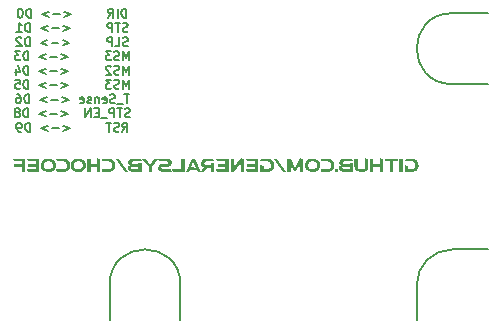
<source format=gbr>
%TF.GenerationSoftware,KiCad,Pcbnew,8.0.6*%
%TF.CreationDate,2024-11-06T21:14:03+01:00*%
%TF.ProjectId,ChocoEF,43686f63-6f45-4462-9e6b-696361645f70,rev?*%
%TF.SameCoordinates,Original*%
%TF.FileFunction,Legend,Bot*%
%TF.FilePolarity,Positive*%
%FSLAX46Y46*%
G04 Gerber Fmt 4.6, Leading zero omitted, Abs format (unit mm)*
G04 Created by KiCad (PCBNEW 8.0.6) date 2024-11-06 21:14:03*
%MOMM*%
%LPD*%
G01*
G04 APERTURE LIST*
%ADD10C,0.150000*%
G04 APERTURE END LIST*
D10*
X118000000Y-87000000D02*
X115000000Y-87000000D01*
X118000000Y-67000000D02*
X115000000Y-67000000D01*
X112000000Y-90000000D02*
G75*
G02*
X115000000Y-87000000I3000000J0D01*
G01*
X112000000Y-93000000D02*
X112000000Y-90000000D01*
X92000000Y-93000000D02*
X92000000Y-90000000D01*
X118000000Y-73000000D02*
X115000000Y-73000000D01*
X115000000Y-73000000D02*
G75*
G02*
X115000000Y-67000000I0J3000000D01*
G01*
X86000000Y-93000000D02*
X86000000Y-90000000D01*
X86000000Y-90000000D02*
G75*
G02*
X92000000Y-90000000I3000000J0D01*
G01*
X87418686Y-67365932D02*
X87418686Y-66615932D01*
X87418686Y-66615932D02*
X87240115Y-66615932D01*
X87240115Y-66615932D02*
X87132972Y-66651646D01*
X87132972Y-66651646D02*
X87061543Y-66723075D01*
X87061543Y-66723075D02*
X87025829Y-66794503D01*
X87025829Y-66794503D02*
X86990115Y-66937360D01*
X86990115Y-66937360D02*
X86990115Y-67044503D01*
X86990115Y-67044503D02*
X87025829Y-67187360D01*
X87025829Y-67187360D02*
X87061543Y-67258789D01*
X87061543Y-67258789D02*
X87132972Y-67330218D01*
X87132972Y-67330218D02*
X87240115Y-67365932D01*
X87240115Y-67365932D02*
X87418686Y-67365932D01*
X86668686Y-67365932D02*
X86668686Y-66615932D01*
X85882972Y-67365932D02*
X86132972Y-67008789D01*
X86311543Y-67365932D02*
X86311543Y-66615932D01*
X86311543Y-66615932D02*
X86025829Y-66615932D01*
X86025829Y-66615932D02*
X85954400Y-66651646D01*
X85954400Y-66651646D02*
X85918686Y-66687360D01*
X85918686Y-66687360D02*
X85882972Y-66758789D01*
X85882972Y-66758789D02*
X85882972Y-66865932D01*
X85882972Y-66865932D02*
X85918686Y-66937360D01*
X85918686Y-66937360D02*
X85954400Y-66973075D01*
X85954400Y-66973075D02*
X86025829Y-67008789D01*
X86025829Y-67008789D02*
X86311543Y-67008789D01*
X82132970Y-66865932D02*
X82704398Y-67080218D01*
X82704398Y-67080218D02*
X82132970Y-67294503D01*
X81775827Y-67080218D02*
X81204399Y-67080218D01*
X80847256Y-66865932D02*
X80275828Y-67080218D01*
X80275828Y-67080218D02*
X80847256Y-67294503D01*
X79347256Y-67365932D02*
X79347256Y-66615932D01*
X79347256Y-66615932D02*
X79168685Y-66615932D01*
X79168685Y-66615932D02*
X79061542Y-66651646D01*
X79061542Y-66651646D02*
X78990113Y-66723075D01*
X78990113Y-66723075D02*
X78954399Y-66794503D01*
X78954399Y-66794503D02*
X78918685Y-66937360D01*
X78918685Y-66937360D02*
X78918685Y-67044503D01*
X78918685Y-67044503D02*
X78954399Y-67187360D01*
X78954399Y-67187360D02*
X78990113Y-67258789D01*
X78990113Y-67258789D02*
X79061542Y-67330218D01*
X79061542Y-67330218D02*
X79168685Y-67365932D01*
X79168685Y-67365932D02*
X79347256Y-67365932D01*
X78454399Y-66615932D02*
X78382970Y-66615932D01*
X78382970Y-66615932D02*
X78311542Y-66651646D01*
X78311542Y-66651646D02*
X78275828Y-66687360D01*
X78275828Y-66687360D02*
X78240113Y-66758789D01*
X78240113Y-66758789D02*
X78204399Y-66901646D01*
X78204399Y-66901646D02*
X78204399Y-67080218D01*
X78204399Y-67080218D02*
X78240113Y-67223075D01*
X78240113Y-67223075D02*
X78275828Y-67294503D01*
X78275828Y-67294503D02*
X78311542Y-67330218D01*
X78311542Y-67330218D02*
X78382970Y-67365932D01*
X78382970Y-67365932D02*
X78454399Y-67365932D01*
X78454399Y-67365932D02*
X78525828Y-67330218D01*
X78525828Y-67330218D02*
X78561542Y-67294503D01*
X78561542Y-67294503D02*
X78597256Y-67223075D01*
X78597256Y-67223075D02*
X78632970Y-67080218D01*
X78632970Y-67080218D02*
X78632970Y-66901646D01*
X78632970Y-66901646D02*
X78597256Y-66758789D01*
X78597256Y-66758789D02*
X78561542Y-66687360D01*
X78561542Y-66687360D02*
X78525828Y-66651646D01*
X78525828Y-66651646D02*
X78454399Y-66615932D01*
X87543686Y-68537676D02*
X87436544Y-68573390D01*
X87436544Y-68573390D02*
X87257972Y-68573390D01*
X87257972Y-68573390D02*
X87186544Y-68537676D01*
X87186544Y-68537676D02*
X87150829Y-68501961D01*
X87150829Y-68501961D02*
X87115115Y-68430533D01*
X87115115Y-68430533D02*
X87115115Y-68359104D01*
X87115115Y-68359104D02*
X87150829Y-68287676D01*
X87150829Y-68287676D02*
X87186544Y-68251961D01*
X87186544Y-68251961D02*
X87257972Y-68216247D01*
X87257972Y-68216247D02*
X87400829Y-68180533D01*
X87400829Y-68180533D02*
X87472258Y-68144818D01*
X87472258Y-68144818D02*
X87507972Y-68109104D01*
X87507972Y-68109104D02*
X87543686Y-68037676D01*
X87543686Y-68037676D02*
X87543686Y-67966247D01*
X87543686Y-67966247D02*
X87507972Y-67894818D01*
X87507972Y-67894818D02*
X87472258Y-67859104D01*
X87472258Y-67859104D02*
X87400829Y-67823390D01*
X87400829Y-67823390D02*
X87222258Y-67823390D01*
X87222258Y-67823390D02*
X87115115Y-67859104D01*
X86900829Y-67823390D02*
X86472258Y-67823390D01*
X86686543Y-68573390D02*
X86686543Y-67823390D01*
X86222257Y-68573390D02*
X86222257Y-67823390D01*
X86222257Y-67823390D02*
X85936543Y-67823390D01*
X85936543Y-67823390D02*
X85865114Y-67859104D01*
X85865114Y-67859104D02*
X85829400Y-67894818D01*
X85829400Y-67894818D02*
X85793686Y-67966247D01*
X85793686Y-67966247D02*
X85793686Y-68073390D01*
X85793686Y-68073390D02*
X85829400Y-68144818D01*
X85829400Y-68144818D02*
X85865114Y-68180533D01*
X85865114Y-68180533D02*
X85936543Y-68216247D01*
X85936543Y-68216247D02*
X86222257Y-68216247D01*
X82043684Y-68073390D02*
X82615112Y-68287676D01*
X82615112Y-68287676D02*
X82043684Y-68501961D01*
X81686541Y-68287676D02*
X81115113Y-68287676D01*
X80757970Y-68073390D02*
X80186542Y-68287676D01*
X80186542Y-68287676D02*
X80757970Y-68501961D01*
X79257970Y-68573390D02*
X79257970Y-67823390D01*
X79257970Y-67823390D02*
X79079399Y-67823390D01*
X79079399Y-67823390D02*
X78972256Y-67859104D01*
X78972256Y-67859104D02*
X78900827Y-67930533D01*
X78900827Y-67930533D02*
X78865113Y-68001961D01*
X78865113Y-68001961D02*
X78829399Y-68144818D01*
X78829399Y-68144818D02*
X78829399Y-68251961D01*
X78829399Y-68251961D02*
X78865113Y-68394818D01*
X78865113Y-68394818D02*
X78900827Y-68466247D01*
X78900827Y-68466247D02*
X78972256Y-68537676D01*
X78972256Y-68537676D02*
X79079399Y-68573390D01*
X79079399Y-68573390D02*
X79257970Y-68573390D01*
X78115113Y-68573390D02*
X78543684Y-68573390D01*
X78329399Y-68573390D02*
X78329399Y-67823390D01*
X78329399Y-67823390D02*
X78400827Y-67930533D01*
X78400827Y-67930533D02*
X78472256Y-68001961D01*
X78472256Y-68001961D02*
X78543684Y-68037676D01*
X87561543Y-69745134D02*
X87454401Y-69780848D01*
X87454401Y-69780848D02*
X87275829Y-69780848D01*
X87275829Y-69780848D02*
X87204401Y-69745134D01*
X87204401Y-69745134D02*
X87168686Y-69709419D01*
X87168686Y-69709419D02*
X87132972Y-69637991D01*
X87132972Y-69637991D02*
X87132972Y-69566562D01*
X87132972Y-69566562D02*
X87168686Y-69495134D01*
X87168686Y-69495134D02*
X87204401Y-69459419D01*
X87204401Y-69459419D02*
X87275829Y-69423705D01*
X87275829Y-69423705D02*
X87418686Y-69387991D01*
X87418686Y-69387991D02*
X87490115Y-69352276D01*
X87490115Y-69352276D02*
X87525829Y-69316562D01*
X87525829Y-69316562D02*
X87561543Y-69245134D01*
X87561543Y-69245134D02*
X87561543Y-69173705D01*
X87561543Y-69173705D02*
X87525829Y-69102276D01*
X87525829Y-69102276D02*
X87490115Y-69066562D01*
X87490115Y-69066562D02*
X87418686Y-69030848D01*
X87418686Y-69030848D02*
X87240115Y-69030848D01*
X87240115Y-69030848D02*
X87132972Y-69066562D01*
X86454400Y-69780848D02*
X86811543Y-69780848D01*
X86811543Y-69780848D02*
X86811543Y-69030848D01*
X86204400Y-69780848D02*
X86204400Y-69030848D01*
X86204400Y-69030848D02*
X85918686Y-69030848D01*
X85918686Y-69030848D02*
X85847257Y-69066562D01*
X85847257Y-69066562D02*
X85811543Y-69102276D01*
X85811543Y-69102276D02*
X85775829Y-69173705D01*
X85775829Y-69173705D02*
X85775829Y-69280848D01*
X85775829Y-69280848D02*
X85811543Y-69352276D01*
X85811543Y-69352276D02*
X85847257Y-69387991D01*
X85847257Y-69387991D02*
X85918686Y-69423705D01*
X85918686Y-69423705D02*
X86204400Y-69423705D01*
X82025827Y-69280848D02*
X82597255Y-69495134D01*
X82597255Y-69495134D02*
X82025827Y-69709419D01*
X81668684Y-69495134D02*
X81097256Y-69495134D01*
X80740113Y-69280848D02*
X80168685Y-69495134D01*
X80168685Y-69495134D02*
X80740113Y-69709419D01*
X79240113Y-69780848D02*
X79240113Y-69030848D01*
X79240113Y-69030848D02*
X79061542Y-69030848D01*
X79061542Y-69030848D02*
X78954399Y-69066562D01*
X78954399Y-69066562D02*
X78882970Y-69137991D01*
X78882970Y-69137991D02*
X78847256Y-69209419D01*
X78847256Y-69209419D02*
X78811542Y-69352276D01*
X78811542Y-69352276D02*
X78811542Y-69459419D01*
X78811542Y-69459419D02*
X78847256Y-69602276D01*
X78847256Y-69602276D02*
X78882970Y-69673705D01*
X78882970Y-69673705D02*
X78954399Y-69745134D01*
X78954399Y-69745134D02*
X79061542Y-69780848D01*
X79061542Y-69780848D02*
X79240113Y-69780848D01*
X78525827Y-69102276D02*
X78490113Y-69066562D01*
X78490113Y-69066562D02*
X78418685Y-69030848D01*
X78418685Y-69030848D02*
X78240113Y-69030848D01*
X78240113Y-69030848D02*
X78168685Y-69066562D01*
X78168685Y-69066562D02*
X78132970Y-69102276D01*
X78132970Y-69102276D02*
X78097256Y-69173705D01*
X78097256Y-69173705D02*
X78097256Y-69245134D01*
X78097256Y-69245134D02*
X78132970Y-69352276D01*
X78132970Y-69352276D02*
X78561542Y-69780848D01*
X78561542Y-69780848D02*
X78097256Y-69780848D01*
X87632972Y-70988306D02*
X87632972Y-70238306D01*
X87632972Y-70238306D02*
X87382972Y-70774020D01*
X87382972Y-70774020D02*
X87132972Y-70238306D01*
X87132972Y-70238306D02*
X87132972Y-70988306D01*
X86811543Y-70952592D02*
X86704401Y-70988306D01*
X86704401Y-70988306D02*
X86525829Y-70988306D01*
X86525829Y-70988306D02*
X86454401Y-70952592D01*
X86454401Y-70952592D02*
X86418686Y-70916877D01*
X86418686Y-70916877D02*
X86382972Y-70845449D01*
X86382972Y-70845449D02*
X86382972Y-70774020D01*
X86382972Y-70774020D02*
X86418686Y-70702592D01*
X86418686Y-70702592D02*
X86454401Y-70666877D01*
X86454401Y-70666877D02*
X86525829Y-70631163D01*
X86525829Y-70631163D02*
X86668686Y-70595449D01*
X86668686Y-70595449D02*
X86740115Y-70559734D01*
X86740115Y-70559734D02*
X86775829Y-70524020D01*
X86775829Y-70524020D02*
X86811543Y-70452592D01*
X86811543Y-70452592D02*
X86811543Y-70381163D01*
X86811543Y-70381163D02*
X86775829Y-70309734D01*
X86775829Y-70309734D02*
X86740115Y-70274020D01*
X86740115Y-70274020D02*
X86668686Y-70238306D01*
X86668686Y-70238306D02*
X86490115Y-70238306D01*
X86490115Y-70238306D02*
X86382972Y-70274020D01*
X86132972Y-70238306D02*
X85668686Y-70238306D01*
X85668686Y-70238306D02*
X85918686Y-70524020D01*
X85918686Y-70524020D02*
X85811543Y-70524020D01*
X85811543Y-70524020D02*
X85740115Y-70559734D01*
X85740115Y-70559734D02*
X85704400Y-70595449D01*
X85704400Y-70595449D02*
X85668686Y-70666877D01*
X85668686Y-70666877D02*
X85668686Y-70845449D01*
X85668686Y-70845449D02*
X85704400Y-70916877D01*
X85704400Y-70916877D02*
X85740115Y-70952592D01*
X85740115Y-70952592D02*
X85811543Y-70988306D01*
X85811543Y-70988306D02*
X86025829Y-70988306D01*
X86025829Y-70988306D02*
X86097257Y-70952592D01*
X86097257Y-70952592D02*
X86132972Y-70916877D01*
X81918684Y-70488306D02*
X82490112Y-70702592D01*
X82490112Y-70702592D02*
X81918684Y-70916877D01*
X81561541Y-70702592D02*
X80990113Y-70702592D01*
X80632970Y-70488306D02*
X80061542Y-70702592D01*
X80061542Y-70702592D02*
X80632970Y-70916877D01*
X79132970Y-70988306D02*
X79132970Y-70238306D01*
X79132970Y-70238306D02*
X78954399Y-70238306D01*
X78954399Y-70238306D02*
X78847256Y-70274020D01*
X78847256Y-70274020D02*
X78775827Y-70345449D01*
X78775827Y-70345449D02*
X78740113Y-70416877D01*
X78740113Y-70416877D02*
X78704399Y-70559734D01*
X78704399Y-70559734D02*
X78704399Y-70666877D01*
X78704399Y-70666877D02*
X78740113Y-70809734D01*
X78740113Y-70809734D02*
X78775827Y-70881163D01*
X78775827Y-70881163D02*
X78847256Y-70952592D01*
X78847256Y-70952592D02*
X78954399Y-70988306D01*
X78954399Y-70988306D02*
X79132970Y-70988306D01*
X78454399Y-70238306D02*
X77990113Y-70238306D01*
X77990113Y-70238306D02*
X78240113Y-70524020D01*
X78240113Y-70524020D02*
X78132970Y-70524020D01*
X78132970Y-70524020D02*
X78061542Y-70559734D01*
X78061542Y-70559734D02*
X78025827Y-70595449D01*
X78025827Y-70595449D02*
X77990113Y-70666877D01*
X77990113Y-70666877D02*
X77990113Y-70845449D01*
X77990113Y-70845449D02*
X78025827Y-70916877D01*
X78025827Y-70916877D02*
X78061542Y-70952592D01*
X78061542Y-70952592D02*
X78132970Y-70988306D01*
X78132970Y-70988306D02*
X78347256Y-70988306D01*
X78347256Y-70988306D02*
X78418684Y-70952592D01*
X78418684Y-70952592D02*
X78454399Y-70916877D01*
X87632972Y-72195764D02*
X87632972Y-71445764D01*
X87632972Y-71445764D02*
X87382972Y-71981478D01*
X87382972Y-71981478D02*
X87132972Y-71445764D01*
X87132972Y-71445764D02*
X87132972Y-72195764D01*
X86811543Y-72160050D02*
X86704401Y-72195764D01*
X86704401Y-72195764D02*
X86525829Y-72195764D01*
X86525829Y-72195764D02*
X86454401Y-72160050D01*
X86454401Y-72160050D02*
X86418686Y-72124335D01*
X86418686Y-72124335D02*
X86382972Y-72052907D01*
X86382972Y-72052907D02*
X86382972Y-71981478D01*
X86382972Y-71981478D02*
X86418686Y-71910050D01*
X86418686Y-71910050D02*
X86454401Y-71874335D01*
X86454401Y-71874335D02*
X86525829Y-71838621D01*
X86525829Y-71838621D02*
X86668686Y-71802907D01*
X86668686Y-71802907D02*
X86740115Y-71767192D01*
X86740115Y-71767192D02*
X86775829Y-71731478D01*
X86775829Y-71731478D02*
X86811543Y-71660050D01*
X86811543Y-71660050D02*
X86811543Y-71588621D01*
X86811543Y-71588621D02*
X86775829Y-71517192D01*
X86775829Y-71517192D02*
X86740115Y-71481478D01*
X86740115Y-71481478D02*
X86668686Y-71445764D01*
X86668686Y-71445764D02*
X86490115Y-71445764D01*
X86490115Y-71445764D02*
X86382972Y-71481478D01*
X86097257Y-71517192D02*
X86061543Y-71481478D01*
X86061543Y-71481478D02*
X85990115Y-71445764D01*
X85990115Y-71445764D02*
X85811543Y-71445764D01*
X85811543Y-71445764D02*
X85740115Y-71481478D01*
X85740115Y-71481478D02*
X85704400Y-71517192D01*
X85704400Y-71517192D02*
X85668686Y-71588621D01*
X85668686Y-71588621D02*
X85668686Y-71660050D01*
X85668686Y-71660050D02*
X85704400Y-71767192D01*
X85704400Y-71767192D02*
X86132972Y-72195764D01*
X86132972Y-72195764D02*
X85668686Y-72195764D01*
X81918684Y-71695764D02*
X82490112Y-71910050D01*
X82490112Y-71910050D02*
X81918684Y-72124335D01*
X81561541Y-71910050D02*
X80990113Y-71910050D01*
X80632970Y-71695764D02*
X80061542Y-71910050D01*
X80061542Y-71910050D02*
X80632970Y-72124335D01*
X79132970Y-72195764D02*
X79132970Y-71445764D01*
X79132970Y-71445764D02*
X78954399Y-71445764D01*
X78954399Y-71445764D02*
X78847256Y-71481478D01*
X78847256Y-71481478D02*
X78775827Y-71552907D01*
X78775827Y-71552907D02*
X78740113Y-71624335D01*
X78740113Y-71624335D02*
X78704399Y-71767192D01*
X78704399Y-71767192D02*
X78704399Y-71874335D01*
X78704399Y-71874335D02*
X78740113Y-72017192D01*
X78740113Y-72017192D02*
X78775827Y-72088621D01*
X78775827Y-72088621D02*
X78847256Y-72160050D01*
X78847256Y-72160050D02*
X78954399Y-72195764D01*
X78954399Y-72195764D02*
X79132970Y-72195764D01*
X78061542Y-71695764D02*
X78061542Y-72195764D01*
X78240113Y-71410050D02*
X78418684Y-71945764D01*
X78418684Y-71945764D02*
X77954399Y-71945764D01*
X87632972Y-73403222D02*
X87632972Y-72653222D01*
X87632972Y-72653222D02*
X87382972Y-73188936D01*
X87382972Y-73188936D02*
X87132972Y-72653222D01*
X87132972Y-72653222D02*
X87132972Y-73403222D01*
X86811543Y-73367508D02*
X86704401Y-73403222D01*
X86704401Y-73403222D02*
X86525829Y-73403222D01*
X86525829Y-73403222D02*
X86454401Y-73367508D01*
X86454401Y-73367508D02*
X86418686Y-73331793D01*
X86418686Y-73331793D02*
X86382972Y-73260365D01*
X86382972Y-73260365D02*
X86382972Y-73188936D01*
X86382972Y-73188936D02*
X86418686Y-73117508D01*
X86418686Y-73117508D02*
X86454401Y-73081793D01*
X86454401Y-73081793D02*
X86525829Y-73046079D01*
X86525829Y-73046079D02*
X86668686Y-73010365D01*
X86668686Y-73010365D02*
X86740115Y-72974650D01*
X86740115Y-72974650D02*
X86775829Y-72938936D01*
X86775829Y-72938936D02*
X86811543Y-72867508D01*
X86811543Y-72867508D02*
X86811543Y-72796079D01*
X86811543Y-72796079D02*
X86775829Y-72724650D01*
X86775829Y-72724650D02*
X86740115Y-72688936D01*
X86740115Y-72688936D02*
X86668686Y-72653222D01*
X86668686Y-72653222D02*
X86490115Y-72653222D01*
X86490115Y-72653222D02*
X86382972Y-72688936D01*
X86132972Y-72653222D02*
X85668686Y-72653222D01*
X85668686Y-72653222D02*
X85918686Y-72938936D01*
X85918686Y-72938936D02*
X85811543Y-72938936D01*
X85811543Y-72938936D02*
X85740115Y-72974650D01*
X85740115Y-72974650D02*
X85704400Y-73010365D01*
X85704400Y-73010365D02*
X85668686Y-73081793D01*
X85668686Y-73081793D02*
X85668686Y-73260365D01*
X85668686Y-73260365D02*
X85704400Y-73331793D01*
X85704400Y-73331793D02*
X85740115Y-73367508D01*
X85740115Y-73367508D02*
X85811543Y-73403222D01*
X85811543Y-73403222D02*
X86025829Y-73403222D01*
X86025829Y-73403222D02*
X86097257Y-73367508D01*
X86097257Y-73367508D02*
X86132972Y-73331793D01*
X81918684Y-72903222D02*
X82490112Y-73117508D01*
X82490112Y-73117508D02*
X81918684Y-73331793D01*
X81561541Y-73117508D02*
X80990113Y-73117508D01*
X80632970Y-72903222D02*
X80061542Y-73117508D01*
X80061542Y-73117508D02*
X80632970Y-73331793D01*
X79132970Y-73403222D02*
X79132970Y-72653222D01*
X79132970Y-72653222D02*
X78954399Y-72653222D01*
X78954399Y-72653222D02*
X78847256Y-72688936D01*
X78847256Y-72688936D02*
X78775827Y-72760365D01*
X78775827Y-72760365D02*
X78740113Y-72831793D01*
X78740113Y-72831793D02*
X78704399Y-72974650D01*
X78704399Y-72974650D02*
X78704399Y-73081793D01*
X78704399Y-73081793D02*
X78740113Y-73224650D01*
X78740113Y-73224650D02*
X78775827Y-73296079D01*
X78775827Y-73296079D02*
X78847256Y-73367508D01*
X78847256Y-73367508D02*
X78954399Y-73403222D01*
X78954399Y-73403222D02*
X79132970Y-73403222D01*
X78025827Y-72653222D02*
X78382970Y-72653222D01*
X78382970Y-72653222D02*
X78418684Y-73010365D01*
X78418684Y-73010365D02*
X78382970Y-72974650D01*
X78382970Y-72974650D02*
X78311542Y-72938936D01*
X78311542Y-72938936D02*
X78132970Y-72938936D01*
X78132970Y-72938936D02*
X78061542Y-72974650D01*
X78061542Y-72974650D02*
X78025827Y-73010365D01*
X78025827Y-73010365D02*
X77990113Y-73081793D01*
X77990113Y-73081793D02*
X77990113Y-73260365D01*
X77990113Y-73260365D02*
X78025827Y-73331793D01*
X78025827Y-73331793D02*
X78061542Y-73367508D01*
X78061542Y-73367508D02*
X78132970Y-73403222D01*
X78132970Y-73403222D02*
X78311542Y-73403222D01*
X78311542Y-73403222D02*
X78382970Y-73367508D01*
X78382970Y-73367508D02*
X78418684Y-73331793D01*
X87668685Y-73860680D02*
X87240114Y-73860680D01*
X87454399Y-74610680D02*
X87454399Y-73860680D01*
X87168685Y-74682108D02*
X86597256Y-74682108D01*
X86454398Y-74574966D02*
X86347256Y-74610680D01*
X86347256Y-74610680D02*
X86168684Y-74610680D01*
X86168684Y-74610680D02*
X86097256Y-74574966D01*
X86097256Y-74574966D02*
X86061541Y-74539251D01*
X86061541Y-74539251D02*
X86025827Y-74467823D01*
X86025827Y-74467823D02*
X86025827Y-74396394D01*
X86025827Y-74396394D02*
X86061541Y-74324966D01*
X86061541Y-74324966D02*
X86097256Y-74289251D01*
X86097256Y-74289251D02*
X86168684Y-74253537D01*
X86168684Y-74253537D02*
X86311541Y-74217823D01*
X86311541Y-74217823D02*
X86382970Y-74182108D01*
X86382970Y-74182108D02*
X86418684Y-74146394D01*
X86418684Y-74146394D02*
X86454398Y-74074966D01*
X86454398Y-74074966D02*
X86454398Y-74003537D01*
X86454398Y-74003537D02*
X86418684Y-73932108D01*
X86418684Y-73932108D02*
X86382970Y-73896394D01*
X86382970Y-73896394D02*
X86311541Y-73860680D01*
X86311541Y-73860680D02*
X86132970Y-73860680D01*
X86132970Y-73860680D02*
X86025827Y-73896394D01*
X85418684Y-74574966D02*
X85490112Y-74610680D01*
X85490112Y-74610680D02*
X85632970Y-74610680D01*
X85632970Y-74610680D02*
X85704398Y-74574966D01*
X85704398Y-74574966D02*
X85740112Y-74503537D01*
X85740112Y-74503537D02*
X85740112Y-74217823D01*
X85740112Y-74217823D02*
X85704398Y-74146394D01*
X85704398Y-74146394D02*
X85632970Y-74110680D01*
X85632970Y-74110680D02*
X85490112Y-74110680D01*
X85490112Y-74110680D02*
X85418684Y-74146394D01*
X85418684Y-74146394D02*
X85382970Y-74217823D01*
X85382970Y-74217823D02*
X85382970Y-74289251D01*
X85382970Y-74289251D02*
X85740112Y-74360680D01*
X85061541Y-74110680D02*
X85061541Y-74610680D01*
X85061541Y-74182108D02*
X85025827Y-74146394D01*
X85025827Y-74146394D02*
X84954398Y-74110680D01*
X84954398Y-74110680D02*
X84847255Y-74110680D01*
X84847255Y-74110680D02*
X84775827Y-74146394D01*
X84775827Y-74146394D02*
X84740113Y-74217823D01*
X84740113Y-74217823D02*
X84740113Y-74610680D01*
X84418684Y-74574966D02*
X84347256Y-74610680D01*
X84347256Y-74610680D02*
X84204399Y-74610680D01*
X84204399Y-74610680D02*
X84132970Y-74574966D01*
X84132970Y-74574966D02*
X84097256Y-74503537D01*
X84097256Y-74503537D02*
X84097256Y-74467823D01*
X84097256Y-74467823D02*
X84132970Y-74396394D01*
X84132970Y-74396394D02*
X84204399Y-74360680D01*
X84204399Y-74360680D02*
X84311542Y-74360680D01*
X84311542Y-74360680D02*
X84382970Y-74324966D01*
X84382970Y-74324966D02*
X84418684Y-74253537D01*
X84418684Y-74253537D02*
X84418684Y-74217823D01*
X84418684Y-74217823D02*
X84382970Y-74146394D01*
X84382970Y-74146394D02*
X84311542Y-74110680D01*
X84311542Y-74110680D02*
X84204399Y-74110680D01*
X84204399Y-74110680D02*
X84132970Y-74146394D01*
X83490113Y-74574966D02*
X83561541Y-74610680D01*
X83561541Y-74610680D02*
X83704399Y-74610680D01*
X83704399Y-74610680D02*
X83775827Y-74574966D01*
X83775827Y-74574966D02*
X83811541Y-74503537D01*
X83811541Y-74503537D02*
X83811541Y-74217823D01*
X83811541Y-74217823D02*
X83775827Y-74146394D01*
X83775827Y-74146394D02*
X83704399Y-74110680D01*
X83704399Y-74110680D02*
X83561541Y-74110680D01*
X83561541Y-74110680D02*
X83490113Y-74146394D01*
X83490113Y-74146394D02*
X83454399Y-74217823D01*
X83454399Y-74217823D02*
X83454399Y-74289251D01*
X83454399Y-74289251D02*
X83811541Y-74360680D01*
X81990113Y-74110680D02*
X82561541Y-74324966D01*
X82561541Y-74324966D02*
X81990113Y-74539251D01*
X81632970Y-74324966D02*
X81061542Y-74324966D01*
X80704399Y-74110680D02*
X80132971Y-74324966D01*
X80132971Y-74324966D02*
X80704399Y-74539251D01*
X79204399Y-74610680D02*
X79204399Y-73860680D01*
X79204399Y-73860680D02*
X79025828Y-73860680D01*
X79025828Y-73860680D02*
X78918685Y-73896394D01*
X78918685Y-73896394D02*
X78847256Y-73967823D01*
X78847256Y-73967823D02*
X78811542Y-74039251D01*
X78811542Y-74039251D02*
X78775828Y-74182108D01*
X78775828Y-74182108D02*
X78775828Y-74289251D01*
X78775828Y-74289251D02*
X78811542Y-74432108D01*
X78811542Y-74432108D02*
X78847256Y-74503537D01*
X78847256Y-74503537D02*
X78918685Y-74574966D01*
X78918685Y-74574966D02*
X79025828Y-74610680D01*
X79025828Y-74610680D02*
X79204399Y-74610680D01*
X78132971Y-73860680D02*
X78275828Y-73860680D01*
X78275828Y-73860680D02*
X78347256Y-73896394D01*
X78347256Y-73896394D02*
X78382971Y-73932108D01*
X78382971Y-73932108D02*
X78454399Y-74039251D01*
X78454399Y-74039251D02*
X78490113Y-74182108D01*
X78490113Y-74182108D02*
X78490113Y-74467823D01*
X78490113Y-74467823D02*
X78454399Y-74539251D01*
X78454399Y-74539251D02*
X78418685Y-74574966D01*
X78418685Y-74574966D02*
X78347256Y-74610680D01*
X78347256Y-74610680D02*
X78204399Y-74610680D01*
X78204399Y-74610680D02*
X78132971Y-74574966D01*
X78132971Y-74574966D02*
X78097256Y-74539251D01*
X78097256Y-74539251D02*
X78061542Y-74467823D01*
X78061542Y-74467823D02*
X78061542Y-74289251D01*
X78061542Y-74289251D02*
X78097256Y-74217823D01*
X78097256Y-74217823D02*
X78132971Y-74182108D01*
X78132971Y-74182108D02*
X78204399Y-74146394D01*
X78204399Y-74146394D02*
X78347256Y-74146394D01*
X78347256Y-74146394D02*
X78418685Y-74182108D01*
X78418685Y-74182108D02*
X78454399Y-74217823D01*
X78454399Y-74217823D02*
X78490113Y-74289251D01*
X87704399Y-75782424D02*
X87597257Y-75818138D01*
X87597257Y-75818138D02*
X87418685Y-75818138D01*
X87418685Y-75818138D02*
X87347257Y-75782424D01*
X87347257Y-75782424D02*
X87311542Y-75746709D01*
X87311542Y-75746709D02*
X87275828Y-75675281D01*
X87275828Y-75675281D02*
X87275828Y-75603852D01*
X87275828Y-75603852D02*
X87311542Y-75532424D01*
X87311542Y-75532424D02*
X87347257Y-75496709D01*
X87347257Y-75496709D02*
X87418685Y-75460995D01*
X87418685Y-75460995D02*
X87561542Y-75425281D01*
X87561542Y-75425281D02*
X87632971Y-75389566D01*
X87632971Y-75389566D02*
X87668685Y-75353852D01*
X87668685Y-75353852D02*
X87704399Y-75282424D01*
X87704399Y-75282424D02*
X87704399Y-75210995D01*
X87704399Y-75210995D02*
X87668685Y-75139566D01*
X87668685Y-75139566D02*
X87632971Y-75103852D01*
X87632971Y-75103852D02*
X87561542Y-75068138D01*
X87561542Y-75068138D02*
X87382971Y-75068138D01*
X87382971Y-75068138D02*
X87275828Y-75103852D01*
X87061542Y-75068138D02*
X86632971Y-75068138D01*
X86847256Y-75818138D02*
X86847256Y-75068138D01*
X86382970Y-75818138D02*
X86382970Y-75068138D01*
X86382970Y-75068138D02*
X86097256Y-75068138D01*
X86097256Y-75068138D02*
X86025827Y-75103852D01*
X86025827Y-75103852D02*
X85990113Y-75139566D01*
X85990113Y-75139566D02*
X85954399Y-75210995D01*
X85954399Y-75210995D02*
X85954399Y-75318138D01*
X85954399Y-75318138D02*
X85990113Y-75389566D01*
X85990113Y-75389566D02*
X86025827Y-75425281D01*
X86025827Y-75425281D02*
X86097256Y-75460995D01*
X86097256Y-75460995D02*
X86382970Y-75460995D01*
X85811542Y-75889566D02*
X85240113Y-75889566D01*
X85061541Y-75425281D02*
X84811541Y-75425281D01*
X84704398Y-75818138D02*
X85061541Y-75818138D01*
X85061541Y-75818138D02*
X85061541Y-75068138D01*
X85061541Y-75068138D02*
X84704398Y-75068138D01*
X84382970Y-75818138D02*
X84382970Y-75068138D01*
X84382970Y-75068138D02*
X83954399Y-75818138D01*
X83954399Y-75818138D02*
X83954399Y-75068138D01*
X81882970Y-75318138D02*
X82454398Y-75532424D01*
X82454398Y-75532424D02*
X81882970Y-75746709D01*
X81525827Y-75532424D02*
X80954399Y-75532424D01*
X80597256Y-75318138D02*
X80025828Y-75532424D01*
X80025828Y-75532424D02*
X80597256Y-75746709D01*
X79097256Y-75818138D02*
X79097256Y-75068138D01*
X79097256Y-75068138D02*
X78918685Y-75068138D01*
X78918685Y-75068138D02*
X78811542Y-75103852D01*
X78811542Y-75103852D02*
X78740113Y-75175281D01*
X78740113Y-75175281D02*
X78704399Y-75246709D01*
X78704399Y-75246709D02*
X78668685Y-75389566D01*
X78668685Y-75389566D02*
X78668685Y-75496709D01*
X78668685Y-75496709D02*
X78704399Y-75639566D01*
X78704399Y-75639566D02*
X78740113Y-75710995D01*
X78740113Y-75710995D02*
X78811542Y-75782424D01*
X78811542Y-75782424D02*
X78918685Y-75818138D01*
X78918685Y-75818138D02*
X79097256Y-75818138D01*
X78240113Y-75389566D02*
X78311542Y-75353852D01*
X78311542Y-75353852D02*
X78347256Y-75318138D01*
X78347256Y-75318138D02*
X78382970Y-75246709D01*
X78382970Y-75246709D02*
X78382970Y-75210995D01*
X78382970Y-75210995D02*
X78347256Y-75139566D01*
X78347256Y-75139566D02*
X78311542Y-75103852D01*
X78311542Y-75103852D02*
X78240113Y-75068138D01*
X78240113Y-75068138D02*
X78097256Y-75068138D01*
X78097256Y-75068138D02*
X78025828Y-75103852D01*
X78025828Y-75103852D02*
X77990113Y-75139566D01*
X77990113Y-75139566D02*
X77954399Y-75210995D01*
X77954399Y-75210995D02*
X77954399Y-75246709D01*
X77954399Y-75246709D02*
X77990113Y-75318138D01*
X77990113Y-75318138D02*
X78025828Y-75353852D01*
X78025828Y-75353852D02*
X78097256Y-75389566D01*
X78097256Y-75389566D02*
X78240113Y-75389566D01*
X78240113Y-75389566D02*
X78311542Y-75425281D01*
X78311542Y-75425281D02*
X78347256Y-75460995D01*
X78347256Y-75460995D02*
X78382970Y-75532424D01*
X78382970Y-75532424D02*
X78382970Y-75675281D01*
X78382970Y-75675281D02*
X78347256Y-75746709D01*
X78347256Y-75746709D02*
X78311542Y-75782424D01*
X78311542Y-75782424D02*
X78240113Y-75818138D01*
X78240113Y-75818138D02*
X78097256Y-75818138D01*
X78097256Y-75818138D02*
X78025828Y-75782424D01*
X78025828Y-75782424D02*
X77990113Y-75746709D01*
X77990113Y-75746709D02*
X77954399Y-75675281D01*
X77954399Y-75675281D02*
X77954399Y-75532424D01*
X77954399Y-75532424D02*
X77990113Y-75460995D01*
X77990113Y-75460995D02*
X78025828Y-75425281D01*
X78025828Y-75425281D02*
X78097256Y-75389566D01*
X87079401Y-77025596D02*
X87329401Y-76668453D01*
X87507972Y-77025596D02*
X87507972Y-76275596D01*
X87507972Y-76275596D02*
X87222258Y-76275596D01*
X87222258Y-76275596D02*
X87150829Y-76311310D01*
X87150829Y-76311310D02*
X87115115Y-76347024D01*
X87115115Y-76347024D02*
X87079401Y-76418453D01*
X87079401Y-76418453D02*
X87079401Y-76525596D01*
X87079401Y-76525596D02*
X87115115Y-76597024D01*
X87115115Y-76597024D02*
X87150829Y-76632739D01*
X87150829Y-76632739D02*
X87222258Y-76668453D01*
X87222258Y-76668453D02*
X87507972Y-76668453D01*
X86793686Y-76989882D02*
X86686544Y-77025596D01*
X86686544Y-77025596D02*
X86507972Y-77025596D01*
X86507972Y-77025596D02*
X86436544Y-76989882D01*
X86436544Y-76989882D02*
X86400829Y-76954167D01*
X86400829Y-76954167D02*
X86365115Y-76882739D01*
X86365115Y-76882739D02*
X86365115Y-76811310D01*
X86365115Y-76811310D02*
X86400829Y-76739882D01*
X86400829Y-76739882D02*
X86436544Y-76704167D01*
X86436544Y-76704167D02*
X86507972Y-76668453D01*
X86507972Y-76668453D02*
X86650829Y-76632739D01*
X86650829Y-76632739D02*
X86722258Y-76597024D01*
X86722258Y-76597024D02*
X86757972Y-76561310D01*
X86757972Y-76561310D02*
X86793686Y-76489882D01*
X86793686Y-76489882D02*
X86793686Y-76418453D01*
X86793686Y-76418453D02*
X86757972Y-76347024D01*
X86757972Y-76347024D02*
X86722258Y-76311310D01*
X86722258Y-76311310D02*
X86650829Y-76275596D01*
X86650829Y-76275596D02*
X86472258Y-76275596D01*
X86472258Y-76275596D02*
X86365115Y-76311310D01*
X86150829Y-76275596D02*
X85722258Y-76275596D01*
X85936543Y-77025596D02*
X85936543Y-76275596D01*
X82043684Y-76525596D02*
X82615112Y-76739882D01*
X82615112Y-76739882D02*
X82043684Y-76954167D01*
X81686541Y-76739882D02*
X81115113Y-76739882D01*
X80757970Y-76525596D02*
X80186542Y-76739882D01*
X80186542Y-76739882D02*
X80757970Y-76954167D01*
X79257970Y-77025596D02*
X79257970Y-76275596D01*
X79257970Y-76275596D02*
X79079399Y-76275596D01*
X79079399Y-76275596D02*
X78972256Y-76311310D01*
X78972256Y-76311310D02*
X78900827Y-76382739D01*
X78900827Y-76382739D02*
X78865113Y-76454167D01*
X78865113Y-76454167D02*
X78829399Y-76597024D01*
X78829399Y-76597024D02*
X78829399Y-76704167D01*
X78829399Y-76704167D02*
X78865113Y-76847024D01*
X78865113Y-76847024D02*
X78900827Y-76918453D01*
X78900827Y-76918453D02*
X78972256Y-76989882D01*
X78972256Y-76989882D02*
X79079399Y-77025596D01*
X79079399Y-77025596D02*
X79257970Y-77025596D01*
X78472256Y-77025596D02*
X78329399Y-77025596D01*
X78329399Y-77025596D02*
X78257970Y-76989882D01*
X78257970Y-76989882D02*
X78222256Y-76954167D01*
X78222256Y-76954167D02*
X78150827Y-76847024D01*
X78150827Y-76847024D02*
X78115113Y-76704167D01*
X78115113Y-76704167D02*
X78115113Y-76418453D01*
X78115113Y-76418453D02*
X78150827Y-76347024D01*
X78150827Y-76347024D02*
X78186542Y-76311310D01*
X78186542Y-76311310D02*
X78257970Y-76275596D01*
X78257970Y-76275596D02*
X78400827Y-76275596D01*
X78400827Y-76275596D02*
X78472256Y-76311310D01*
X78472256Y-76311310D02*
X78507970Y-76347024D01*
X78507970Y-76347024D02*
X78543684Y-76418453D01*
X78543684Y-76418453D02*
X78543684Y-76597024D01*
X78543684Y-76597024D02*
X78507970Y-76668453D01*
X78507970Y-76668453D02*
X78472256Y-76704167D01*
X78472256Y-76704167D02*
X78400827Y-76739882D01*
X78400827Y-76739882D02*
X78257970Y-76739882D01*
X78257970Y-76739882D02*
X78186542Y-76704167D01*
X78186542Y-76704167D02*
X78150827Y-76668453D01*
X78150827Y-76668453D02*
X78115113Y-76597024D01*
G36*
X111003767Y-79856172D02*
G01*
X111003767Y-80415000D01*
X111058926Y-80415000D01*
X111118851Y-80415000D01*
X111178096Y-80415000D01*
X111249597Y-80415000D01*
X111304075Y-80415000D01*
X111364000Y-80415000D01*
X111429374Y-80415000D01*
X111500194Y-80415000D01*
X111576463Y-80415000D01*
X111658180Y-80415000D01*
X111701081Y-80415000D01*
X111758195Y-80412030D01*
X111811936Y-80403123D01*
X111862304Y-80388278D01*
X111909298Y-80367494D01*
X111952918Y-80340773D01*
X111993165Y-80308113D01*
X112030038Y-80269515D01*
X112063537Y-80224979D01*
X112091471Y-80177596D01*
X112114671Y-80127649D01*
X112133135Y-80075138D01*
X112146866Y-80020063D01*
X112155862Y-79962423D01*
X112160123Y-79902220D01*
X112160501Y-79877421D01*
X112158689Y-79822680D01*
X112153250Y-79769954D01*
X112144187Y-79719243D01*
X112131498Y-79670547D01*
X112115183Y-79623866D01*
X112095243Y-79579200D01*
X112065219Y-79526202D01*
X112044486Y-79495914D01*
X112010815Y-79454869D01*
X111974526Y-79419298D01*
X111935619Y-79389199D01*
X111883303Y-79359271D01*
X111826897Y-79337893D01*
X111778827Y-79326948D01*
X111728139Y-79321476D01*
X111701813Y-79320792D01*
X111075575Y-79320792D01*
X111003767Y-79555997D01*
X111669573Y-79555997D01*
X111721878Y-79562531D01*
X111767661Y-79582130D01*
X111806922Y-79614797D01*
X111839662Y-79660530D01*
X111855442Y-79692529D01*
X111872057Y-79741535D01*
X111882519Y-79794214D01*
X111886673Y-79844766D01*
X111886949Y-79862278D01*
X111884245Y-79919004D01*
X111876130Y-79971214D01*
X111862606Y-80018907D01*
X111839991Y-80068841D01*
X111810013Y-80112627D01*
X111772189Y-80148047D01*
X111725017Y-80171857D01*
X111672016Y-80179794D01*
X111269504Y-80179794D01*
X111269504Y-79927247D01*
X111003767Y-79856172D01*
G37*
G36*
X110807396Y-79320792D02*
G01*
X110541660Y-79320792D01*
X110541660Y-80415000D01*
X110807396Y-80415000D01*
X110807396Y-79320792D01*
G37*
G36*
X110424423Y-79555997D02*
G01*
X110424423Y-79320792D01*
X109284298Y-79320792D01*
X109353907Y-79555997D01*
X109760083Y-79555997D01*
X109760083Y-80407916D01*
X110025819Y-80407916D01*
X110025819Y-79555997D01*
X110424423Y-79555997D01*
G37*
G36*
X109170969Y-79364267D02*
G01*
X108905233Y-79293436D01*
X108905233Y-79789738D01*
X108342497Y-79789738D01*
X108342497Y-79320792D01*
X108076761Y-79320792D01*
X108076761Y-80415000D01*
X108342497Y-80415000D01*
X108342497Y-80024944D01*
X108905233Y-80024944D01*
X108905233Y-80415000D01*
X109170969Y-80415000D01*
X109170969Y-79364267D01*
G37*
G36*
X107000139Y-79976584D02*
G01*
X107000139Y-79320792D01*
X106734402Y-79320792D01*
X106734402Y-79976828D01*
X106736573Y-80026931D01*
X106746218Y-80089327D01*
X106763581Y-80146686D01*
X106788659Y-80199008D01*
X106821455Y-80246292D01*
X106861966Y-80288538D01*
X106910195Y-80325747D01*
X106966140Y-80357918D01*
X106981332Y-80365174D01*
X107027761Y-80384031D01*
X107077135Y-80399692D01*
X107129455Y-80412157D01*
X107184721Y-80421426D01*
X107242933Y-80427499D01*
X107304090Y-80430375D01*
X107329378Y-80430631D01*
X107384909Y-80429298D01*
X107437839Y-80425299D01*
X107488167Y-80418633D01*
X107551223Y-80405599D01*
X107609655Y-80387824D01*
X107663461Y-80365310D01*
X107712641Y-80338056D01*
X107757196Y-80306062D01*
X107787577Y-80278956D01*
X107821915Y-80240604D01*
X107850432Y-80198971D01*
X107873129Y-80154060D01*
X107890007Y-80105868D01*
X107901065Y-80054397D01*
X107906302Y-79999646D01*
X107906768Y-79976828D01*
X107906768Y-79363046D01*
X107641032Y-79293436D01*
X107641032Y-79976584D01*
X107636249Y-80029666D01*
X107618579Y-80082003D01*
X107587890Y-80124007D01*
X107544181Y-80155680D01*
X107504989Y-80171978D01*
X107456073Y-80184343D01*
X107404626Y-80191555D01*
X107352992Y-80194853D01*
X107317898Y-80195425D01*
X107258078Y-80193395D01*
X107204524Y-80187304D01*
X107146393Y-80173980D01*
X107098054Y-80154312D01*
X107052971Y-80122336D01*
X107021988Y-80081223D01*
X107014793Y-80065488D01*
X107002944Y-80017884D01*
X107000139Y-79976584D01*
G37*
G36*
X106580041Y-79555997D02*
G01*
X105846580Y-79555997D01*
X105834578Y-79556384D01*
X105786740Y-79566988D01*
X105779642Y-79570453D01*
X105741002Y-79605132D01*
X105728122Y-79655160D01*
X105736182Y-79695460D01*
X105753615Y-79723029D01*
X105795878Y-79751029D01*
X105845114Y-79758475D01*
X106314305Y-79758475D01*
X106314305Y-79648077D01*
X106580041Y-79719396D01*
X106580041Y-80415000D01*
X105813118Y-80415000D01*
X105781146Y-80414259D01*
X105730473Y-80409733D01*
X105673978Y-80398871D01*
X105622189Y-80382084D01*
X105575106Y-80359372D01*
X105532728Y-80330736D01*
X105507082Y-80308643D01*
X105470430Y-80266510D01*
X105444251Y-80219959D01*
X105428543Y-80168990D01*
X105423307Y-80113604D01*
X105426290Y-80084295D01*
X105696859Y-80084295D01*
X105704919Y-80121664D01*
X105722382Y-80147096D01*
X105764825Y-80172925D01*
X105814340Y-80179794D01*
X106314305Y-80179794D01*
X106314305Y-79993681D01*
X105814340Y-79993681D01*
X105804390Y-79993937D01*
X105754989Y-80004183D01*
X105751412Y-80005740D01*
X105711391Y-80036423D01*
X105696859Y-80084295D01*
X105426290Y-80084295D01*
X105427459Y-80072815D01*
X105439847Y-80027232D01*
X105464544Y-79978522D01*
X105500274Y-79934627D01*
X105539681Y-79900836D01*
X105587194Y-79870582D01*
X105561548Y-79850799D01*
X105536475Y-79828939D01*
X105500642Y-79787746D01*
X105475046Y-79742813D01*
X105459689Y-79694140D01*
X105454570Y-79641727D01*
X105458905Y-79590665D01*
X105471911Y-79542259D01*
X105493588Y-79496509D01*
X105523935Y-79453415D01*
X105545244Y-79429714D01*
X105584690Y-79395392D01*
X105629050Y-79367547D01*
X105678323Y-79346177D01*
X105732510Y-79331282D01*
X105791610Y-79322864D01*
X105842427Y-79320792D01*
X106508233Y-79320792D01*
X106580041Y-79555997D01*
G37*
G36*
X105342218Y-80179794D02*
G01*
X105076482Y-80179794D01*
X105076482Y-80415000D01*
X105342218Y-80415000D01*
X105342218Y-80179794D01*
G37*
G36*
X104558443Y-79320792D02*
G01*
X103861129Y-79320792D01*
X103930739Y-79555997D01*
X104526935Y-79555997D01*
X104575657Y-79562262D01*
X104624784Y-79584763D01*
X104662035Y-79617875D01*
X104693933Y-79663516D01*
X104705965Y-79686912D01*
X104724502Y-79736072D01*
X104736972Y-79788208D01*
X104742963Y-79837049D01*
X104744312Y-79875223D01*
X104741426Y-79933103D01*
X104732771Y-79985659D01*
X104718346Y-80032891D01*
X104694223Y-80081267D01*
X104662246Y-80122397D01*
X104620912Y-80155075D01*
X104574153Y-80174188D01*
X104526935Y-80179794D01*
X103861129Y-80179794D01*
X103930739Y-80415000D01*
X104558443Y-80415000D01*
X104612714Y-80412072D01*
X104664032Y-80403291D01*
X104712396Y-80388656D01*
X104757806Y-80368166D01*
X104800262Y-80341822D01*
X104839765Y-80309624D01*
X104876313Y-80271572D01*
X104909908Y-80227665D01*
X104941009Y-80177562D01*
X104966838Y-80124644D01*
X104987396Y-80068912D01*
X105002682Y-80010365D01*
X105011116Y-79961502D01*
X105016177Y-79910836D01*
X105017864Y-79858370D01*
X105016005Y-79802996D01*
X105010429Y-79749957D01*
X105001137Y-79699253D01*
X104988127Y-79650886D01*
X104971400Y-79604854D01*
X104945265Y-79550598D01*
X104913321Y-79499991D01*
X104898917Y-79480771D01*
X104865815Y-79443276D01*
X104820637Y-79403437D01*
X104771237Y-79371410D01*
X104717616Y-79347194D01*
X104659773Y-79330790D01*
X104610459Y-79323291D01*
X104558443Y-79320792D01*
G37*
G36*
X103253522Y-79306168D02*
G01*
X103311003Y-79311388D01*
X103366057Y-79320089D01*
X103418684Y-79332271D01*
X103468883Y-79347933D01*
X103516655Y-79367076D01*
X103562001Y-79389699D01*
X103604919Y-79415802D01*
X103618698Y-79425442D01*
X103657412Y-79456102D01*
X103702906Y-79501043D01*
X103741401Y-79550624D01*
X103772897Y-79604846D01*
X103797394Y-79663709D01*
X103811173Y-79710901D01*
X103821015Y-79760703D01*
X103826921Y-79813116D01*
X103828889Y-79868140D01*
X103826310Y-79930086D01*
X103818570Y-79988796D01*
X103805671Y-80044269D01*
X103787612Y-80096507D01*
X103764394Y-80145508D01*
X103736016Y-80191273D01*
X103702478Y-80233802D01*
X103663781Y-80273094D01*
X103618447Y-80310017D01*
X103569275Y-80342017D01*
X103516262Y-80369093D01*
X103459411Y-80391247D01*
X103398721Y-80408477D01*
X103350683Y-80418170D01*
X103300486Y-80425093D01*
X103248130Y-80429246D01*
X103193614Y-80430631D01*
X103148990Y-80429770D01*
X103091568Y-80425944D01*
X103036520Y-80419058D01*
X102983845Y-80409111D01*
X102933545Y-80396103D01*
X102885618Y-80380034D01*
X102840064Y-80360905D01*
X102786461Y-80332690D01*
X102756530Y-80313702D01*
X102715254Y-80282708D01*
X102678322Y-80248701D01*
X102645736Y-80211679D01*
X102617495Y-80171644D01*
X102593598Y-80128595D01*
X102574046Y-80082532D01*
X102558839Y-80033454D01*
X102547977Y-79981363D01*
X102541460Y-79926259D01*
X102539287Y-79868140D01*
X102812839Y-79868140D01*
X102813622Y-79898889D01*
X102818608Y-79948503D01*
X102829203Y-79997833D01*
X102842496Y-80033145D01*
X102873656Y-80084279D01*
X102916074Y-80125766D01*
X102958114Y-80152009D01*
X103007360Y-80172077D01*
X103063810Y-80185970D01*
X103127466Y-80193689D01*
X103179936Y-80195425D01*
X103232222Y-80193929D01*
X103286826Y-80188556D01*
X103335934Y-80179275D01*
X103384612Y-80164162D01*
X103424626Y-80145325D01*
X103467140Y-80114480D01*
X103501319Y-80075525D01*
X103527161Y-80028460D01*
X103544667Y-79973286D01*
X103552670Y-79923308D01*
X103555337Y-79868140D01*
X103554467Y-79835286D01*
X103549452Y-79786392D01*
X103538483Y-79736787D01*
X103519678Y-79688377D01*
X103491291Y-79645526D01*
X103453756Y-79609938D01*
X103407075Y-79581613D01*
X103351246Y-79560550D01*
X103299997Y-79548930D01*
X103242894Y-79541957D01*
X103179936Y-79539633D01*
X103142643Y-79540473D01*
X103090196Y-79544881D01*
X103041939Y-79553066D01*
X103000996Y-79564593D01*
X102952671Y-79585758D01*
X102911504Y-79613548D01*
X102870114Y-79657602D01*
X102845056Y-79700299D01*
X102827158Y-79749621D01*
X102816419Y-79805568D01*
X102812839Y-79868140D01*
X102539287Y-79868140D01*
X102541722Y-79807552D01*
X102549026Y-79750109D01*
X102561200Y-79695811D01*
X102578244Y-79644658D01*
X102600157Y-79596649D01*
X102626940Y-79551784D01*
X102658592Y-79510064D01*
X102695114Y-79471489D01*
X102717698Y-79451259D01*
X102766295Y-79414714D01*
X102819463Y-79383390D01*
X102877204Y-79357287D01*
X102923510Y-79341135D01*
X102972387Y-79327920D01*
X103023836Y-79317642D01*
X103077857Y-79310301D01*
X103134450Y-79305896D01*
X103193614Y-79304427D01*
X103253522Y-79306168D01*
G37*
G36*
X101318073Y-79320792D02*
G01*
X101052337Y-79320792D01*
X101052337Y-80415000D01*
X101318073Y-80415000D01*
X101318073Y-79785830D01*
X101646091Y-80379096D01*
X101818527Y-80379096D01*
X102146545Y-79810743D01*
X102146545Y-80415000D01*
X102412281Y-80415000D01*
X102412281Y-79363534D01*
X102146545Y-79293436D01*
X101730355Y-80066709D01*
X101318073Y-79320792D01*
G37*
G36*
X100209943Y-79320792D02*
G01*
X99951534Y-79320792D01*
X100708931Y-80407184D01*
X100967340Y-80407184D01*
X100209943Y-79320792D01*
G37*
G36*
X98768178Y-79856172D02*
G01*
X98768178Y-80415000D01*
X98823336Y-80415000D01*
X98883262Y-80415000D01*
X98942506Y-80415000D01*
X99014008Y-80415000D01*
X99068485Y-80415000D01*
X99128411Y-80415000D01*
X99193784Y-80415000D01*
X99264605Y-80415000D01*
X99340873Y-80415000D01*
X99422590Y-80415000D01*
X99465491Y-80415000D01*
X99522606Y-80412030D01*
X99576347Y-80403123D01*
X99626714Y-80388278D01*
X99673708Y-80367494D01*
X99717328Y-80340773D01*
X99757575Y-80308113D01*
X99794448Y-80269515D01*
X99827947Y-80224979D01*
X99855881Y-80177596D01*
X99879081Y-80127649D01*
X99897546Y-80075138D01*
X99911276Y-80020063D01*
X99920272Y-79962423D01*
X99924533Y-79902220D01*
X99924912Y-79877421D01*
X99923099Y-79822680D01*
X99917661Y-79769954D01*
X99908597Y-79719243D01*
X99895908Y-79670547D01*
X99879593Y-79623866D01*
X99859653Y-79579200D01*
X99829630Y-79526202D01*
X99808896Y-79495914D01*
X99775225Y-79454869D01*
X99738936Y-79419298D01*
X99700029Y-79389199D01*
X99647714Y-79359271D01*
X99591307Y-79337893D01*
X99543237Y-79326948D01*
X99492549Y-79321476D01*
X99466224Y-79320792D01*
X98839985Y-79320792D01*
X98768178Y-79555997D01*
X99433984Y-79555997D01*
X99486288Y-79562531D01*
X99532071Y-79582130D01*
X99571332Y-79614797D01*
X99604072Y-79660530D01*
X99619852Y-79692529D01*
X99636468Y-79741535D01*
X99646929Y-79794214D01*
X99651083Y-79844766D01*
X99651360Y-79862278D01*
X99648655Y-79919004D01*
X99640541Y-79971214D01*
X99627017Y-80018907D01*
X99604401Y-80068841D01*
X99574423Y-80112627D01*
X99536599Y-80148047D01*
X99489427Y-80171857D01*
X99436426Y-80179794D01*
X99033914Y-80179794D01*
X99033914Y-79927247D01*
X98768178Y-79856172D01*
G37*
G36*
X98306070Y-79993681D02*
G01*
X98306070Y-80179794D01*
X97522783Y-80179794D01*
X97592637Y-80415000D01*
X98571806Y-80415000D01*
X98571806Y-79320792D01*
X97522783Y-79320792D01*
X97592637Y-79555997D01*
X98306070Y-79555997D01*
X98306070Y-79758475D01*
X97641730Y-79758475D01*
X97641730Y-79993681D01*
X98306070Y-79993681D01*
G37*
G36*
X96536775Y-79320792D02*
G01*
X96271039Y-79320792D01*
X96271039Y-79373151D01*
X96271039Y-79427648D01*
X96271039Y-79501379D01*
X96271039Y-79561218D01*
X96271039Y-79629606D01*
X96271039Y-79706543D01*
X96271039Y-79792028D01*
X96271039Y-79886061D01*
X96271039Y-79936284D01*
X96271039Y-79988643D01*
X96271039Y-80043140D01*
X96271039Y-80099774D01*
X96271039Y-80158545D01*
X96271039Y-80219453D01*
X96271039Y-80282498D01*
X96271039Y-80347680D01*
X96271039Y-80415000D01*
X96536775Y-80415000D01*
X97099510Y-79693750D01*
X97099510Y-80415000D01*
X97365247Y-80415000D01*
X97365247Y-79363534D01*
X97099510Y-79293436D01*
X96536775Y-80014441D01*
X96536775Y-79320792D01*
G37*
G36*
X95804046Y-79993681D02*
G01*
X95804046Y-80179794D01*
X95020760Y-80179794D01*
X95090613Y-80415000D01*
X96069783Y-80415000D01*
X96069783Y-79320792D01*
X95020760Y-79320792D01*
X95090613Y-79555997D01*
X95804046Y-79555997D01*
X95804046Y-79758475D01*
X95139706Y-79758475D01*
X95139706Y-79993681D01*
X95804046Y-79993681D01*
G37*
G36*
X94863223Y-79715000D02*
G01*
X94597487Y-79645635D01*
X94597487Y-79835900D01*
X94543113Y-79835900D01*
X94482448Y-79835900D01*
X94417739Y-79835900D01*
X94359771Y-79835900D01*
X94293714Y-79835900D01*
X94219568Y-79835900D01*
X94165643Y-79835900D01*
X94137333Y-79835900D01*
X94086821Y-79825184D01*
X94049223Y-79793035D01*
X94031332Y-79759696D01*
X94019883Y-79711290D01*
X94019120Y-79694483D01*
X94025787Y-79642841D01*
X94048266Y-79598551D01*
X94075540Y-79573583D01*
X94121702Y-79557096D01*
X94138554Y-79555997D01*
X94863223Y-79555997D01*
X94791416Y-79320792D01*
X94135868Y-79320792D01*
X94086966Y-79323097D01*
X94029810Y-79332461D01*
X93977066Y-79349028D01*
X93928735Y-79372799D01*
X93884817Y-79403773D01*
X93845311Y-79441950D01*
X93823725Y-79468314D01*
X93793271Y-79515546D01*
X93770297Y-79565560D01*
X93754803Y-79618355D01*
X93746789Y-79673932D01*
X93745568Y-79706939D01*
X93749320Y-79764865D01*
X93760577Y-79818841D01*
X93779339Y-79868867D01*
X93805606Y-79914943D01*
X93839377Y-79957069D01*
X93852302Y-79970233D01*
X93893145Y-80003769D01*
X93938433Y-80030494D01*
X93983460Y-80048879D01*
X93714305Y-80407916D01*
X94019120Y-80407916D01*
X94254081Y-80071106D01*
X94597487Y-80071106D01*
X94597487Y-80407916D01*
X94863223Y-80407916D01*
X94863223Y-79715000D01*
G37*
G36*
X93275400Y-80274316D02*
G01*
X93181122Y-80055474D01*
X92877529Y-80055474D01*
X93089531Y-79604357D01*
X93468108Y-80422815D01*
X93740194Y-80422815D01*
X93224842Y-79377456D01*
X92964968Y-79307847D01*
X92430564Y-80422815D01*
X92703872Y-80422815D01*
X92772260Y-80274316D01*
X93275400Y-80274316D01*
G37*
G36*
X92348499Y-79320792D02*
G01*
X92082762Y-79320792D01*
X92082762Y-80179794D01*
X91318527Y-80179794D01*
X91388136Y-80415000D01*
X91448158Y-80415000D01*
X91501616Y-80415000D01*
X91571955Y-80415000D01*
X91628226Y-80415000D01*
X91692001Y-80415000D01*
X91763277Y-80415000D01*
X91842057Y-80415000D01*
X91928340Y-80415000D01*
X92022125Y-80415000D01*
X92071832Y-80415000D01*
X92123414Y-80415000D01*
X92176871Y-80415000D01*
X92232205Y-80415000D01*
X92289414Y-80415000D01*
X92348499Y-80415000D01*
X92348499Y-80362640D01*
X92348499Y-80308143D01*
X92348499Y-80234412D01*
X92348499Y-80174573D01*
X92348499Y-80106185D01*
X92348499Y-80029248D01*
X92348499Y-79943763D01*
X92348499Y-79849730D01*
X92348499Y-79799508D01*
X92348499Y-79747148D01*
X92348499Y-79692651D01*
X92348499Y-79636017D01*
X92348499Y-79577247D01*
X92348499Y-79516338D01*
X92348499Y-79453293D01*
X92348499Y-79388111D01*
X92348499Y-79320792D01*
G37*
G36*
X90871318Y-79993681D02*
G01*
X90924277Y-79991456D01*
X90973732Y-79984781D01*
X91030625Y-79970180D01*
X91082043Y-79948626D01*
X91127988Y-79920120D01*
X91168458Y-79884661D01*
X91196894Y-79851287D01*
X91224997Y-79807278D01*
X91245071Y-79760490D01*
X91257115Y-79710924D01*
X91261129Y-79658579D01*
X91257343Y-79605892D01*
X91245983Y-79556639D01*
X91227049Y-79510820D01*
X91200542Y-79468436D01*
X91166462Y-79429487D01*
X91153418Y-79417267D01*
X91110631Y-79384481D01*
X91063052Y-79358477D01*
X91010682Y-79339258D01*
X90953521Y-79326821D01*
X90902226Y-79321639D01*
X90869852Y-79320792D01*
X90129308Y-79320792D01*
X90200139Y-79555997D01*
X90868143Y-79555997D01*
X90919210Y-79563415D01*
X90962298Y-79591306D01*
X90979517Y-79618768D01*
X90987577Y-79657847D01*
X90974912Y-79707145D01*
X90936916Y-79742382D01*
X90929936Y-79746018D01*
X90880734Y-79758037D01*
X90868143Y-79758475D01*
X90491520Y-79758475D01*
X90440596Y-79760566D01*
X90381405Y-79769062D01*
X90327175Y-79784094D01*
X90277907Y-79805660D01*
X90233600Y-79833763D01*
X90194254Y-79868400D01*
X90173028Y-79892320D01*
X90143001Y-79936757D01*
X90121553Y-79984094D01*
X90108685Y-80034332D01*
X90104395Y-80087470D01*
X90108156Y-80138958D01*
X90119439Y-80186995D01*
X90142109Y-80238675D01*
X90169690Y-80279233D01*
X90204792Y-80316339D01*
X90211374Y-80322187D01*
X90253809Y-80353729D01*
X90300881Y-80378745D01*
X90352590Y-80397235D01*
X90408936Y-80409199D01*
X90459432Y-80414184D01*
X90491276Y-80415000D01*
X91261129Y-80415000D01*
X91191276Y-80179794D01*
X90496894Y-80179794D01*
X90445553Y-80173069D01*
X90402738Y-80147783D01*
X90386007Y-80122885D01*
X90377947Y-80088203D01*
X90391625Y-80039965D01*
X90429292Y-80008273D01*
X90432658Y-80006625D01*
X90481632Y-79994300D01*
X90496894Y-79993681D01*
X90871318Y-79993681D01*
G37*
G36*
X89296440Y-80038133D02*
G01*
X89296440Y-80407184D01*
X89562176Y-80407184D01*
X89562176Y-80032759D01*
X90088520Y-79320792D01*
X89787857Y-79320792D01*
X89427110Y-79830526D01*
X89066852Y-79320792D01*
X88765945Y-79320792D01*
X89296440Y-80038133D01*
G37*
G36*
X88707326Y-79555997D02*
G01*
X87973865Y-79555997D01*
X87961864Y-79556384D01*
X87914025Y-79566988D01*
X87906927Y-79570453D01*
X87868287Y-79605132D01*
X87855407Y-79655160D01*
X87863467Y-79695460D01*
X87880900Y-79723029D01*
X87923163Y-79751029D01*
X87972400Y-79758475D01*
X88441590Y-79758475D01*
X88441590Y-79648077D01*
X88707326Y-79719396D01*
X88707326Y-80415000D01*
X87940404Y-80415000D01*
X87908431Y-80414259D01*
X87857758Y-80409733D01*
X87801264Y-80398871D01*
X87749475Y-80382084D01*
X87702391Y-80359372D01*
X87660013Y-80330736D01*
X87634367Y-80308643D01*
X87597716Y-80266510D01*
X87571536Y-80219959D01*
X87555828Y-80168990D01*
X87550592Y-80113604D01*
X87553575Y-80084295D01*
X87824144Y-80084295D01*
X87832204Y-80121664D01*
X87849668Y-80147096D01*
X87892110Y-80172925D01*
X87941625Y-80179794D01*
X88441590Y-80179794D01*
X88441590Y-79993681D01*
X87941625Y-79993681D01*
X87931675Y-79993937D01*
X87882274Y-80004183D01*
X87878698Y-80005740D01*
X87838677Y-80036423D01*
X87824144Y-80084295D01*
X87553575Y-80084295D01*
X87554744Y-80072815D01*
X87567132Y-80027232D01*
X87591829Y-79978522D01*
X87627559Y-79934627D01*
X87666966Y-79900836D01*
X87714479Y-79870582D01*
X87688834Y-79850799D01*
X87663761Y-79828939D01*
X87627927Y-79787746D01*
X87602332Y-79742813D01*
X87586974Y-79694140D01*
X87581855Y-79641727D01*
X87586191Y-79590665D01*
X87599196Y-79542259D01*
X87620873Y-79496509D01*
X87651220Y-79453415D01*
X87672529Y-79429714D01*
X87711976Y-79395392D01*
X87756335Y-79367547D01*
X87805608Y-79346177D01*
X87859795Y-79331282D01*
X87918895Y-79322864D01*
X87969713Y-79320792D01*
X88635519Y-79320792D01*
X88707326Y-79555997D01*
G37*
G36*
X86765840Y-79320792D02*
G01*
X86507431Y-79320792D01*
X87264828Y-80407184D01*
X87523237Y-80407184D01*
X86765840Y-79320792D01*
G37*
G36*
X86021388Y-79320792D02*
G01*
X85324074Y-79320792D01*
X85393684Y-79555997D01*
X85989880Y-79555997D01*
X86038602Y-79562262D01*
X86087729Y-79584763D01*
X86124980Y-79617875D01*
X86156878Y-79663516D01*
X86168910Y-79686912D01*
X86187447Y-79736072D01*
X86199917Y-79788208D01*
X86205908Y-79837049D01*
X86207256Y-79875223D01*
X86204371Y-79933103D01*
X86195716Y-79985659D01*
X86181290Y-80032891D01*
X86157168Y-80081267D01*
X86125191Y-80122397D01*
X86083857Y-80155075D01*
X86037097Y-80174188D01*
X85989880Y-80179794D01*
X85324074Y-80179794D01*
X85393684Y-80415000D01*
X86021388Y-80415000D01*
X86075659Y-80412072D01*
X86126977Y-80403291D01*
X86175341Y-80388656D01*
X86220751Y-80368166D01*
X86263207Y-80341822D01*
X86302710Y-80309624D01*
X86339258Y-80271572D01*
X86372853Y-80227665D01*
X86403954Y-80177562D01*
X86429783Y-80124644D01*
X86450341Y-80068912D01*
X86465627Y-80010365D01*
X86474061Y-79961502D01*
X86479122Y-79910836D01*
X86480808Y-79858370D01*
X86478950Y-79802996D01*
X86473374Y-79749957D01*
X86464082Y-79699253D01*
X86451072Y-79650886D01*
X86434345Y-79604854D01*
X86408209Y-79550598D01*
X86376266Y-79499991D01*
X86361862Y-79480771D01*
X86328760Y-79443276D01*
X86283582Y-79403437D01*
X86234182Y-79371410D01*
X86180561Y-79347194D01*
X86122718Y-79330790D01*
X86073404Y-79323291D01*
X86021388Y-79320792D01*
G37*
G36*
X85213677Y-79364267D02*
G01*
X84947940Y-79293436D01*
X84947940Y-79789738D01*
X84385205Y-79789738D01*
X84385205Y-79320792D01*
X84119469Y-79320792D01*
X84119469Y-80415000D01*
X84385205Y-80415000D01*
X84385205Y-80024944D01*
X84947940Y-80024944D01*
X84947940Y-80415000D01*
X85213677Y-80415000D01*
X85213677Y-79364267D01*
G37*
G36*
X83421003Y-79306168D02*
G01*
X83478484Y-79311388D01*
X83533538Y-79320089D01*
X83586164Y-79332271D01*
X83636364Y-79347933D01*
X83684136Y-79367076D01*
X83729481Y-79389699D01*
X83772400Y-79415802D01*
X83786179Y-79425442D01*
X83824893Y-79456102D01*
X83870387Y-79501043D01*
X83908882Y-79550624D01*
X83940378Y-79604846D01*
X83964874Y-79663709D01*
X83978654Y-79710901D01*
X83988496Y-79760703D01*
X83994402Y-79813116D01*
X83996370Y-79868140D01*
X83993790Y-79930086D01*
X83986051Y-79988796D01*
X83973152Y-80044269D01*
X83955093Y-80096507D01*
X83931875Y-80145508D01*
X83903497Y-80191273D01*
X83869959Y-80233802D01*
X83831262Y-80273094D01*
X83785928Y-80310017D01*
X83736755Y-80342017D01*
X83683743Y-80369093D01*
X83626892Y-80391247D01*
X83566201Y-80408477D01*
X83518164Y-80418170D01*
X83467967Y-80425093D01*
X83415611Y-80429246D01*
X83361095Y-80430631D01*
X83316470Y-80429770D01*
X83259049Y-80425944D01*
X83204000Y-80419058D01*
X83151326Y-80409111D01*
X83101025Y-80396103D01*
X83053098Y-80380034D01*
X83007545Y-80360905D01*
X82953942Y-80332690D01*
X82924011Y-80313702D01*
X82882734Y-80282708D01*
X82845803Y-80248701D01*
X82813217Y-80211679D01*
X82784975Y-80171644D01*
X82761079Y-80128595D01*
X82741527Y-80082532D01*
X82726320Y-80033454D01*
X82715458Y-79981363D01*
X82708940Y-79926259D01*
X82706768Y-79868140D01*
X82980320Y-79868140D01*
X82981103Y-79898889D01*
X82986089Y-79948503D01*
X82996684Y-79997833D01*
X83009976Y-80033145D01*
X83041136Y-80084279D01*
X83083555Y-80125766D01*
X83125595Y-80152009D01*
X83174840Y-80172077D01*
X83231291Y-80185970D01*
X83294947Y-80193689D01*
X83347417Y-80195425D01*
X83399703Y-80193929D01*
X83454307Y-80188556D01*
X83503415Y-80179275D01*
X83552092Y-80164162D01*
X83592106Y-80145325D01*
X83634621Y-80114480D01*
X83668800Y-80075525D01*
X83694642Y-80028460D01*
X83712148Y-79973286D01*
X83720151Y-79923308D01*
X83722818Y-79868140D01*
X83721948Y-79835286D01*
X83716933Y-79786392D01*
X83705964Y-79736787D01*
X83687159Y-79688377D01*
X83658772Y-79645526D01*
X83621237Y-79609938D01*
X83574555Y-79581613D01*
X83518727Y-79560550D01*
X83467478Y-79548930D01*
X83410374Y-79541957D01*
X83347417Y-79539633D01*
X83310124Y-79540473D01*
X83257677Y-79544881D01*
X83209420Y-79553066D01*
X83168477Y-79564593D01*
X83120151Y-79585758D01*
X83078985Y-79613548D01*
X83037595Y-79657602D01*
X83012537Y-79700299D01*
X82994639Y-79749621D01*
X82983900Y-79805568D01*
X82980320Y-79868140D01*
X82706768Y-79868140D01*
X82709203Y-79807552D01*
X82716507Y-79750109D01*
X82728681Y-79695811D01*
X82745725Y-79644658D01*
X82767638Y-79596649D01*
X82794421Y-79551784D01*
X82826073Y-79510064D01*
X82862595Y-79471489D01*
X82885179Y-79451259D01*
X82933775Y-79414714D01*
X82986944Y-79383390D01*
X83044685Y-79357287D01*
X83090990Y-79341135D01*
X83139868Y-79327920D01*
X83191317Y-79317642D01*
X83245338Y-79310301D01*
X83301930Y-79305896D01*
X83361095Y-79304427D01*
X83421003Y-79306168D01*
G37*
G36*
X82198499Y-79320792D02*
G01*
X81501185Y-79320792D01*
X81570795Y-79555997D01*
X82166991Y-79555997D01*
X82215713Y-79562262D01*
X82264840Y-79584763D01*
X82302091Y-79617875D01*
X82333989Y-79663516D01*
X82346021Y-79686912D01*
X82364558Y-79736072D01*
X82377028Y-79788208D01*
X82383019Y-79837049D01*
X82384367Y-79875223D01*
X82381482Y-79933103D01*
X82372827Y-79985659D01*
X82358401Y-80032891D01*
X82334279Y-80081267D01*
X82302302Y-80122397D01*
X82260968Y-80155075D01*
X82214208Y-80174188D01*
X82166991Y-80179794D01*
X81501185Y-80179794D01*
X81570795Y-80415000D01*
X82198499Y-80415000D01*
X82252770Y-80412072D01*
X82304088Y-80403291D01*
X82352452Y-80388656D01*
X82397862Y-80368166D01*
X82440318Y-80341822D01*
X82479821Y-80309624D01*
X82516369Y-80271572D01*
X82549964Y-80227665D01*
X82581064Y-80177562D01*
X82606894Y-80124644D01*
X82627452Y-80068912D01*
X82642738Y-80010365D01*
X82651172Y-79961502D01*
X82656233Y-79910836D01*
X82657919Y-79858370D01*
X82656061Y-79802996D01*
X82650485Y-79749957D01*
X82641193Y-79699253D01*
X82628183Y-79650886D01*
X82611456Y-79604854D01*
X82585320Y-79550598D01*
X82553377Y-79499991D01*
X82538973Y-79480771D01*
X82505871Y-79443276D01*
X82460693Y-79403437D01*
X82411293Y-79371410D01*
X82357672Y-79347194D01*
X82299829Y-79330790D01*
X82250515Y-79323291D01*
X82198499Y-79320792D01*
G37*
G36*
X80893578Y-79306168D02*
G01*
X80951059Y-79311388D01*
X81006113Y-79320089D01*
X81058739Y-79332271D01*
X81108939Y-79347933D01*
X81156711Y-79367076D01*
X81202057Y-79389699D01*
X81244975Y-79415802D01*
X81258754Y-79425442D01*
X81297468Y-79456102D01*
X81342962Y-79501043D01*
X81381457Y-79550624D01*
X81412953Y-79604846D01*
X81437449Y-79663709D01*
X81451229Y-79710901D01*
X81461071Y-79760703D01*
X81466977Y-79813116D01*
X81468945Y-79868140D01*
X81466365Y-79930086D01*
X81458626Y-79988796D01*
X81445727Y-80044269D01*
X81427668Y-80096507D01*
X81404450Y-80145508D01*
X81376072Y-80191273D01*
X81342534Y-80233802D01*
X81303837Y-80273094D01*
X81258503Y-80310017D01*
X81209330Y-80342017D01*
X81156318Y-80369093D01*
X81099467Y-80391247D01*
X81038776Y-80408477D01*
X80990739Y-80418170D01*
X80940542Y-80425093D01*
X80888186Y-80429246D01*
X80833670Y-80430631D01*
X80789045Y-80429770D01*
X80731624Y-80425944D01*
X80676575Y-80419058D01*
X80623901Y-80409111D01*
X80573600Y-80396103D01*
X80525673Y-80380034D01*
X80480120Y-80360905D01*
X80426517Y-80332690D01*
X80396586Y-80313702D01*
X80355309Y-80282708D01*
X80318378Y-80248701D01*
X80285792Y-80211679D01*
X80257550Y-80171644D01*
X80233654Y-80128595D01*
X80214102Y-80082532D01*
X80198895Y-80033454D01*
X80188033Y-79981363D01*
X80181515Y-79926259D01*
X80179343Y-79868140D01*
X80452895Y-79868140D01*
X80453678Y-79898889D01*
X80458664Y-79948503D01*
X80469259Y-79997833D01*
X80482551Y-80033145D01*
X80513711Y-80084279D01*
X80556130Y-80125766D01*
X80598170Y-80152009D01*
X80647415Y-80172077D01*
X80703866Y-80185970D01*
X80767522Y-80193689D01*
X80819992Y-80195425D01*
X80872278Y-80193929D01*
X80926882Y-80188556D01*
X80975990Y-80179275D01*
X81024668Y-80164162D01*
X81064681Y-80145325D01*
X81107196Y-80114480D01*
X81141375Y-80075525D01*
X81167217Y-80028460D01*
X81184723Y-79973286D01*
X81192726Y-79923308D01*
X81195393Y-79868140D01*
X81194523Y-79835286D01*
X81189508Y-79786392D01*
X81178539Y-79736787D01*
X81159734Y-79688377D01*
X81131347Y-79645526D01*
X81093812Y-79609938D01*
X81047130Y-79581613D01*
X80991302Y-79560550D01*
X80940053Y-79548930D01*
X80882949Y-79541957D01*
X80819992Y-79539633D01*
X80782699Y-79540473D01*
X80730252Y-79544881D01*
X80681995Y-79553066D01*
X80641052Y-79564593D01*
X80592726Y-79585758D01*
X80551560Y-79613548D01*
X80510170Y-79657602D01*
X80485112Y-79700299D01*
X80467214Y-79749621D01*
X80456475Y-79805568D01*
X80452895Y-79868140D01*
X80179343Y-79868140D01*
X80181778Y-79807552D01*
X80189082Y-79750109D01*
X80201256Y-79695811D01*
X80218300Y-79644658D01*
X80240213Y-79596649D01*
X80266996Y-79551784D01*
X80298648Y-79510064D01*
X80335170Y-79471489D01*
X80357754Y-79451259D01*
X80406351Y-79414714D01*
X80459519Y-79383390D01*
X80517260Y-79357287D01*
X80563565Y-79341135D01*
X80612443Y-79327920D01*
X80663892Y-79317642D01*
X80717913Y-79310301D01*
X80774505Y-79305896D01*
X80833670Y-79304427D01*
X80893578Y-79306168D01*
G37*
G36*
X79786601Y-79993681D02*
G01*
X79786601Y-80179794D01*
X79003314Y-80179794D01*
X79073167Y-80415000D01*
X80052337Y-80415000D01*
X80052337Y-79320792D01*
X79003314Y-79320792D01*
X79073167Y-79555997D01*
X79786601Y-79555997D01*
X79786601Y-79758475D01*
X79122260Y-79758475D01*
X79122260Y-79993681D01*
X79786601Y-79993681D01*
G37*
G36*
X78580041Y-79993681D02*
G01*
X78580041Y-80407916D01*
X78845777Y-80407916D01*
X78845777Y-80355896D01*
X78845777Y-80301752D01*
X78845777Y-80228498D01*
X78845777Y-80169046D01*
X78845777Y-80101101D01*
X78845777Y-80024662D01*
X78845777Y-79939731D01*
X78845777Y-79846306D01*
X78845777Y-79796409D01*
X78845777Y-79744388D01*
X78845777Y-79690244D01*
X78845777Y-79633977D01*
X78845777Y-79575586D01*
X78845777Y-79515073D01*
X78845777Y-79452436D01*
X78845777Y-79387675D01*
X78845777Y-79320792D01*
X78795954Y-79320792D01*
X78744097Y-79320792D01*
X78673937Y-79320792D01*
X78616996Y-79320792D01*
X78551921Y-79320792D01*
X78478711Y-79320792D01*
X78397367Y-79320792D01*
X78307888Y-79320792D01*
X78210275Y-79320792D01*
X78158418Y-79320792D01*
X78104527Y-79320792D01*
X78048603Y-79320792D01*
X77990645Y-79320792D01*
X77930653Y-79320792D01*
X77868628Y-79320792D01*
X77804570Y-79320792D01*
X77875644Y-79555997D01*
X78580041Y-79555997D01*
X78580041Y-79758475D01*
X77923516Y-79758475D01*
X77923516Y-79993681D01*
X78580041Y-79993681D01*
G37*
M02*

</source>
